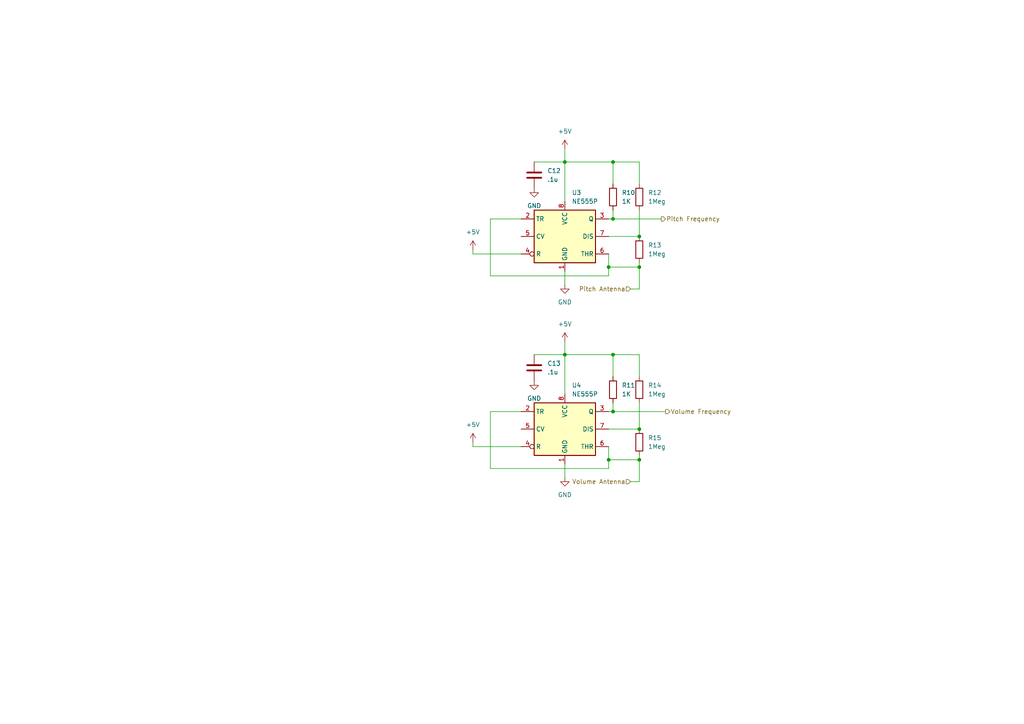
<source format=kicad_sch>
(kicad_sch (version 20230121) (generator eeschema)
  (paper "A4")
  (lib_symbols
    (symbol "Device:C" (pin_numbers hide) (pin_names (offset 0.254))
      (property "Reference" "C" (at 0.635 2.54 0))
      (property "Value" "C" (at 0.635 -2.54 0))
      (symbol "C_0_1"
        (polyline (pts (xy -2.032 -0.762) (xy 2.032 -0.762)) (stroke (width 0.508)))
        (polyline (pts (xy -2.032 0.762) (xy 2.032 0.762)) (stroke (width 0.508)))
      )
      (symbol "C_1_1"
        (pin passive line (at 0 3.81 270) (length 2.794) (name "~") (number "1"))
        (pin passive line (at 0 -3.81 90) (length 2.794) (name "~") (number "2"))
      )
    )
    (symbol "Device:R" (pin_numbers hide) (pin_names (offset 0))
      (property "Reference" "R" (at 2.032 0 90))
      (property "Value" "R" (at 0 0 90))
      (symbol "R_0_1"
        (rectangle (start -1.016 -2.54) (end 1.016 2.54) (stroke (width 0.254)))
      )
      (symbol "R_1_1"
        (pin passive line (at 0 3.81 270) (length 1.27) (name "~") (number "1"))
        (pin passive line (at 0 -3.81 90) (length 1.27) (name "~") (number "2"))
      )
    )
    (symbol "Timer:NE555P"
      (property "Reference" "U" (at -10.16 8.89 0))
      (property "Value" "NE555P" (at 2.54 8.89 0))
      (symbol "NE555P_0_0"
        (pin power_in line (at 0 -10.16 90) (length 2.54) (name "GND") (number "1"))
        (pin power_in line (at 0 10.16 270) (length 2.54) (name "VCC") (number "8"))
      )
      (symbol "NE555P_0_1"
        (rectangle (start -8.89 -7.62) (end 8.89 7.62) (stroke (width 0.254)) (fill (type background)))
        (rectangle (start -8.89 -7.62) (end 8.89 7.62) (stroke (width 0.254)) (fill (type background)))
      )
      (symbol "NE555P_1_1"
        (pin input line (at -12.7 5.08 0) (length 3.81) (name "TR") (number "2"))
        (pin output line (at 12.7 5.08 180) (length 3.81) (name "Q") (number "3"))
        (pin input inverted (at -12.7 -5.08 0) (length 3.81) (name "R") (number "4"))
        (pin input line (at -12.7 0 0) (length 3.81) (name "CV") (number "5"))
        (pin input line (at 12.7 -5.08 180) (length 3.81) (name "THR") (number "6"))
        (pin input line (at 12.7 0 180) (length 3.81) (name "DIS") (number "7"))
      )
    )
    (symbol "power:+5V" (power) (pin_names (offset 0))
      (property "Value" "+5V" (at 0 3.556 0))
      (symbol "+5V_0_1"
        (polyline (pts (xy -0.762 1.27) (xy 0 2.54)))
        (polyline (pts (xy 0 0) (xy 0 2.54)))
        (polyline (pts (xy 0 2.54) (xy 0.762 1.27)))
      )
      (symbol "+5V_1_1"
        (pin power_in line (at 0 0 90) (length 0) hide (name "+5V") (number "1"))
      )
    )
    (symbol "power:GND" (power) (pin_names (offset 0))
      (property "Value" "GND" (at 0 -3.81 0))
      (symbol "GND_0_1"
        (polyline (pts (xy 0 0) (xy 0 -1.27) (xy 1.27 -1.27) (xy 0 -2.54) (xy -1.27 -1.27) (xy 0 -1.27)))
      )
      (symbol "GND_1_1"
        (pin power_in line (at 0 0 270) (length 0) hide (name "GND") (number "1"))
      )
    )
  )
  (junction (at 177.8 46.99))
  (junction (at 177.8 63.5))
  (junction (at 177.8 102.87))
  (junction (at 185.42 77.47))
  (junction (at 176.53 77.47))
  (junction (at 163.83 46.99))
  (junction (at 185.42 124.46))
  (junction (at 176.53 133.35))
  (junction (at 177.8 119.38))
  (junction (at 185.42 133.35))
  (junction (at 185.42 68.58))
  (junction (at 163.83 102.87))
  (wire (pts (xy 185.42 77.47) (xy 185.42 83.82)))
  (wire (pts (xy 151.13 119.38) (xy 142.24 119.38)))
  (wire (pts (xy 137.16 129.54) (xy 151.13 129.54)))
  (wire (pts (xy 163.83 99.06) (xy 163.83 102.87)))
  (wire (pts (xy 176.53 124.46) (xy 185.42 124.46)))
  (wire (pts (xy 176.53 77.47) (xy 176.53 80.01)))
  (wire (pts (xy 182.88 139.7) (xy 185.42 139.7)))
  (wire (pts (xy 185.42 46.99) (xy 185.42 53.34)))
  (wire (pts (xy 185.42 60.96) (xy 185.42 68.58)))
  (wire (pts (xy 163.83 46.99) (xy 163.83 58.42)))
  (wire (pts (xy 151.13 63.5) (xy 142.24 63.5)))
  (wire (pts (xy 185.42 132.08) (xy 185.42 133.35)))
  (wire (pts (xy 137.16 73.66) (xy 151.13 73.66)))
  (wire (pts (xy 142.24 80.01) (xy 176.53 80.01)))
  (wire (pts (xy 185.42 76.2) (xy 185.42 77.47)))
  (wire (pts (xy 163.83 46.99) (xy 177.8 46.99)))
  (wire (pts (xy 177.8 60.96) (xy 177.8 63.5)))
  (wire (pts (xy 185.42 139.7) (xy 185.42 133.35)))
  (wire (pts (xy 177.8 63.5) (xy 191.77 63.5)))
  (wire (pts (xy 176.53 119.38) (xy 177.8 119.38)))
  (wire (pts (xy 177.8 63.5) (xy 176.53 63.5)))
  (wire (pts (xy 176.53 133.35) (xy 185.42 133.35)))
  (wire (pts (xy 177.8 46.99) (xy 177.8 53.34)))
  (wire (pts (xy 176.53 68.58) (xy 185.42 68.58)))
  (wire (pts (xy 142.24 119.38) (xy 142.24 135.89)))
  (wire (pts (xy 163.83 102.87) (xy 163.83 114.3)))
  (wire (pts (xy 163.83 134.62) (xy 163.83 138.43)))
  (wire (pts (xy 182.88 83.82) (xy 185.42 83.82)))
  (wire (pts (xy 142.24 135.89) (xy 176.53 135.89)))
  (wire (pts (xy 176.53 133.35) (xy 176.53 135.89)))
  (wire (pts (xy 142.24 63.5) (xy 142.24 80.01)))
  (wire (pts (xy 177.8 102.87) (xy 177.8 109.22)))
  (wire (pts (xy 137.16 128.27) (xy 137.16 129.54)))
  (wire (pts (xy 177.8 102.87) (xy 185.42 102.87)))
  (wire (pts (xy 177.8 46.99) (xy 185.42 46.99)))
  (wire (pts (xy 154.94 102.87) (xy 163.83 102.87)))
  (wire (pts (xy 154.94 46.99) (xy 163.83 46.99)))
  (wire (pts (xy 176.53 73.66) (xy 176.53 77.47)))
  (wire (pts (xy 185.42 116.84) (xy 185.42 124.46)))
  (wire (pts (xy 185.42 102.87) (xy 185.42 109.22)))
  (wire (pts (xy 176.53 77.47) (xy 185.42 77.47)))
  (wire (pts (xy 163.83 43.18) (xy 163.83 46.99)))
  (wire (pts (xy 177.8 116.84) (xy 177.8 119.38)))
  (wire (pts (xy 176.53 129.54) (xy 176.53 133.35)))
  (wire (pts (xy 177.8 119.38) (xy 193.04 119.38)))
  (wire (pts (xy 137.16 72.39) (xy 137.16 73.66)))
  (wire (pts (xy 163.83 102.87) (xy 177.8 102.87)))
  (wire (pts (xy 163.83 78.74) (xy 163.83 82.55)))
  (hierarchical_label "Pitch Antenna" (shape input) (at 182.88 83.82 180))
  (hierarchical_label "Volume Frequency" (shape output) (at 193.04 119.38 0))
  (hierarchical_label "Volume Antenna" (shape input) (at 182.88 139.7 180))
  (hierarchical_label "Pitch Frequency" (shape output) (at 191.77 63.5 0))
  (symbol (lib_id "Device:R") (at 185.42 128.27 0) (unit 1)
    (property "Reference" "R15" (at 187.96 126.9999 0) (effects (justify left)))
    (property "Value" "1Meg" (at 187.96 129.5399 0) (effects (justify left)))
    (property "Footprint" "Resistor_THT:R_Axial_DIN0207_L6.3mm_D2.5mm_P10.16mm_Horizontal" (effects hide))
  )
  (symbol (lib_id "power:GND") (at 163.83 138.43 0) (unit 1)
    (property "Reference" "#PWR029" (effects hide))
    (property "Value" "GND" (at 163.83 143.51 0))
  )
  (symbol (lib_id "power:GND") (at 154.94 54.61 0) (unit 1)
    (property "Reference" "#PWR024" (effects hide))
    (property "Value" "GND" (at 154.94 59.69 0))
  )
  (symbol (lib_id "Timer:NE555P") (at 163.83 68.58 0) (unit 1)
    (property "Reference" "U3" (at 165.8494 55.88 0) (effects (justify left)))
    (property "Value" "NE555P" (at 165.8494 58.42 0) (effects (justify left)))
    (property "Footprint" "Package_DIP:DIP-8_W7.62mm" (effects hide))
    (property "Datasheet" "http://www.ti.com/lit/ds/symlink/ne555.pdf" (effects hide))
  )
  (symbol (lib_id "power:+5V") (at 163.83 99.06 0) (unit 1)
    (property "Reference" "#PWR028" (effects hide))
    (property "Value" "+5V" (at 163.83 93.98 0))
  )
  (symbol (lib_id "Device:R") (at 185.42 113.03 0) (unit 1)
    (property "Reference" "R14" (at 187.96 111.7599 0) (effects (justify left)))
    (property "Value" "1Meg" (at 187.96 114.2999 0) (effects (justify left)))
    (property "Footprint" "Resistor_THT:R_Axial_DIN0207_L6.3mm_D2.5mm_P10.16mm_Horizontal" (effects hide))
  )
  (symbol (lib_id "power:+5V") (at 137.16 128.27 0) (unit 1)
    (property "Reference" "#PWR023" (effects hide))
    (property "Value" "+5V" (at 137.16 123.19 0))
  )
  (symbol (lib_id "Device:R") (at 185.42 57.15 0) (unit 1)
    (property "Reference" "R12" (at 187.96 55.8799 0) (effects (justify left)))
    (property "Value" "1Meg" (at 187.96 58.4199 0) (effects (justify left)))
    (property "Footprint" "Resistor_THT:R_Axial_DIN0207_L6.3mm_D2.5mm_P10.16mm_Horizontal" (effects hide))
  )
  (symbol (lib_id "Device:C") (at 154.94 50.8 0) (unit 1)
    (property "Reference" "C12" (at 158.75 49.5299 0) (effects (justify left)))
    (property "Value" ".1u" (at 158.75 52.0699 0) (effects (justify left)))
    (property "Footprint" "Capacitor_THT:C_Rect_L4.0mm_W2.5mm_P2.50mm" (effects hide))
  )
  (symbol (lib_id "Device:R") (at 177.8 57.15 0) (unit 1)
    (property "Reference" "R10" (at 180.34 55.8799 0) (effects (justify left)))
    (property "Value" "1K" (at 180.34 58.4199 0) (effects (justify left)))
    (property "Footprint" "Resistor_THT:R_Axial_DIN0207_L6.3mm_D2.5mm_P10.16mm_Horizontal" (effects hide))
  )
  (symbol (lib_id "power:GND") (at 154.94 110.49 0) (unit 1)
    (property "Reference" "#PWR025" (effects hide))
    (property "Value" "GND" (at 154.94 115.57 0))
  )
  (symbol (lib_id "power:+5V") (at 163.83 43.18 0) (unit 1)
    (property "Reference" "#PWR026" (effects hide))
    (property "Value" "+5V" (at 163.83 38.1 0))
  )
  (symbol (lib_id "power:+5V") (at 137.16 72.39 0) (unit 1)
    (property "Reference" "#PWR022" (effects hide))
    (property "Value" "+5V" (at 137.16 67.31 0))
  )
  (symbol (lib_id "Device:C") (at 154.94 106.68 0) (unit 1)
    (property "Reference" "C13" (at 158.75 105.4099 0) (effects (justify left)))
    (property "Value" ".1u" (at 158.75 107.9499 0) (effects (justify left)))
    (property "Footprint" "Capacitor_THT:C_Rect_L4.0mm_W2.5mm_P2.50mm" (effects hide))
  )
  (symbol (lib_id "Device:R") (at 177.8 113.03 0) (unit 1)
    (property "Reference" "R11" (at 180.34 111.7599 0) (effects (justify left)))
    (property "Value" "1K" (at 180.34 114.2999 0) (effects (justify left)))
    (property "Footprint" "Resistor_THT:R_Axial_DIN0207_L6.3mm_D2.5mm_P10.16mm_Horizontal" (effects hide))
  )
  (symbol (lib_id "Device:R") (at 185.42 72.39 0) (unit 1)
    (property "Reference" "R13" (at 187.96 71.1199 0) (effects (justify left)))
    (property "Value" "1Meg" (at 187.96 73.6599 0) (effects (justify left)))
    (property "Footprint" "Resistor_THT:R_Axial_DIN0207_L6.3mm_D2.5mm_P10.16mm_Horizontal" (effects hide))
  )
  (symbol (lib_id "Timer:NE555P") (at 163.83 124.46 0) (unit 1)
    (property "Reference" "U4" (at 165.8494 111.76 0) (effects (justify left)))
    (property "Value" "NE555P" (at 165.8494 114.3 0) (effects (justify left)))
    (property "Footprint" "Package_DIP:DIP-8_W7.62mm" (effects hide))
    (property "Datasheet" "http://www.ti.com/lit/ds/symlink/ne555.pdf" (effects hide))
  )
  (symbol (lib_id "power:GND") (at 163.83 82.55 0) (unit 1)
    (property "Reference" "#PWR027" (effects hide))
    (property "Value" "GND" (at 163.83 87.63 0))
  )
)
</source>
